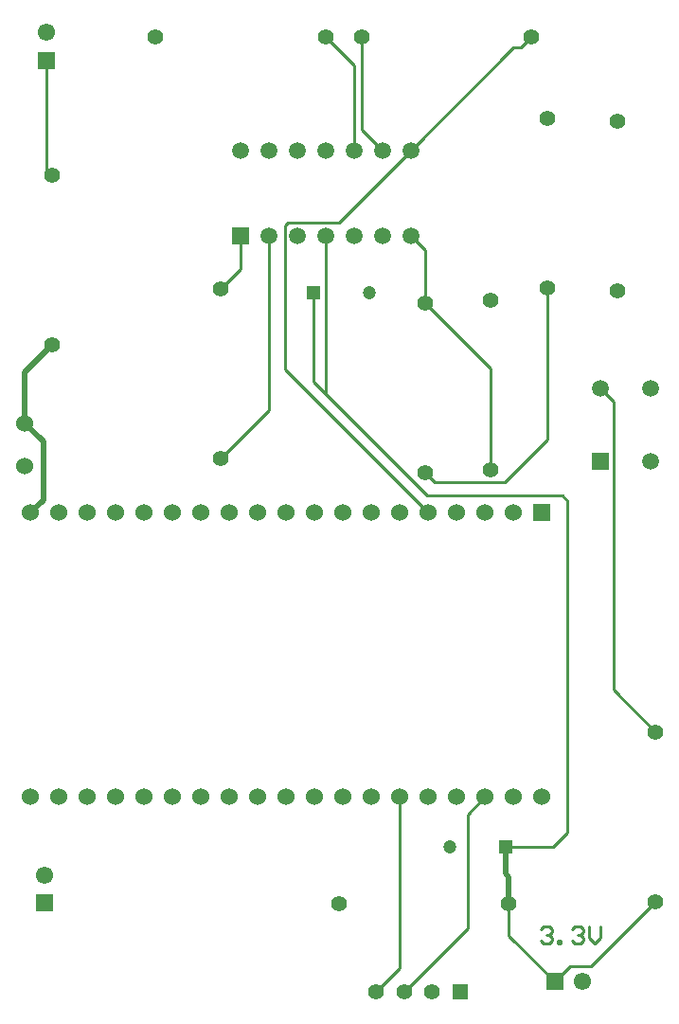
<source format=gbr>
G04*
G04 #@! TF.GenerationSoftware,Altium Limited,Altium Designer,24.1.2 (44)*
G04*
G04 Layer_Physical_Order=1*
G04 Layer_Color=255*
%FSLAX44Y44*%
%MOMM*%
G71*
G04*
G04 #@! TF.SameCoordinates,DC8CE985-C91A-4BCA-97F7-030060148ACE*
G04*
G04*
G04 #@! TF.FilePolarity,Positive*
G04*
G01*
G75*
%ADD14C,0.2540*%
%ADD15R,1.4000X1.4000*%
%ADD16C,1.4000*%
%ADD20C,1.5500*%
%ADD21R,1.5500X1.5500*%
%ADD22R,1.5500X1.5500*%
%ADD26C,1.2000*%
%ADD27R,1.2000X1.2000*%
%ADD28C,0.5080*%
%ADD29R,1.5300X1.5300*%
%ADD30C,1.5300*%
%ADD31C,1.4080*%
%ADD32R,1.5000X1.5000*%
%ADD33C,1.5000*%
%ADD34C,1.5240*%
D14*
X613410Y830894D02*
X703864Y740440D01*
X602380Y841924D02*
X613410Y830894D01*
X602380Y841924D02*
Y922020D01*
X829310Y439420D02*
Y735976D01*
X816610Y426720D02*
X829310Y439420D01*
X774300Y426720D02*
X816610D01*
X613410Y830894D02*
Y972820D01*
X703864Y740440D02*
X824846D01*
X829310Y735976D01*
X777040Y347281D02*
Y375920D01*
Y347281D02*
X818080Y306240D01*
X831880Y320040D01*
X850700D01*
X908050Y377390D01*
X363220Y1032310D02*
X368300Y1027230D01*
X363220Y1032310D02*
Y1129430D01*
X519430Y773630D02*
X562610Y816810D01*
Y972820D01*
X519430Y925630D02*
X537210Y943410D01*
Y972820D01*
X811530Y790448D02*
Y926030D01*
X773684Y752602D02*
X811530Y790448D01*
X710638Y752602D02*
X773684D01*
X702310Y760930D02*
X710638Y752602D01*
X645360Y1067870D02*
X664210Y1049020D01*
X645360Y1067870D02*
Y1150620D01*
X702310Y912930D02*
X760730Y854510D01*
Y763470D02*
Y854510D01*
X702310Y912930D02*
Y960120D01*
X689610Y972820D02*
X702310Y960120D01*
X638810Y1049020D02*
Y1125020D01*
X613210Y1150620D02*
X638810Y1125020D01*
X576580Y853440D02*
X704850Y725170D01*
X576580Y853440D02*
Y981710D01*
X579120Y984250D01*
X624840D01*
X689610Y1049020D01*
X781304Y1140714D01*
X787454D01*
X797360Y1150620D01*
X870712Y566728D02*
X908050Y529390D01*
X870712Y566728D02*
Y824578D01*
X858880Y836410D02*
X870712Y824578D01*
X683460Y297010D02*
X740156Y353706D01*
Y455676D01*
X755650Y471170D01*
X658460Y297010D02*
X679450Y318000D01*
Y471170D01*
X805180Y353056D02*
X807719Y355595D01*
X812797D01*
X815337Y353056D01*
Y350517D01*
X812797Y347977D01*
X810258D01*
X812797D01*
X815337Y345438D01*
Y342899D01*
X812797Y340360D01*
X807719D01*
X805180Y342899D01*
X820415Y340360D02*
Y342899D01*
X822954D01*
Y340360D01*
X820415D01*
X833111Y353056D02*
X835650Y355595D01*
X840729D01*
X843268Y353056D01*
Y350517D01*
X840729Y347977D01*
X838189D01*
X840729D01*
X843268Y345438D01*
Y342899D01*
X840729Y340360D01*
X835650D01*
X833111Y342899D01*
X848346Y355595D02*
Y345438D01*
X853424Y340360D01*
X858503Y345438D01*
Y355595D01*
D15*
X733460Y297010D02*
D03*
D16*
X708460D02*
D03*
X683460D02*
D03*
X658460D02*
D03*
D20*
X843080Y306240D02*
D03*
X363220Y1154430D02*
D03*
X361950Y401320D02*
D03*
D21*
X818080Y306240D02*
D03*
D22*
X363220Y1129430D02*
D03*
X361950Y376320D02*
D03*
D26*
X652380Y922020D02*
D03*
X724300Y426720D02*
D03*
D27*
X602380Y922020D02*
D03*
X774300Y426720D02*
D03*
D28*
X349250Y725170D02*
X360680Y736600D01*
Y788670D01*
X344170Y805180D02*
X360680Y788670D01*
X344170Y805180D02*
Y851100D01*
X368300Y875230D01*
X774300Y402536D02*
Y426720D01*
Y402536D02*
X777040Y399796D01*
Y375920D02*
Y399796D01*
D29*
X806450Y725170D02*
D03*
D30*
X781050D02*
D03*
X755650D02*
D03*
X730250D02*
D03*
X704850D02*
D03*
X679450D02*
D03*
X654050D02*
D03*
X628650D02*
D03*
X603250D02*
D03*
X577850D02*
D03*
X552450D02*
D03*
X527050D02*
D03*
X501650D02*
D03*
X476250D02*
D03*
X450850D02*
D03*
X425450D02*
D03*
X400050D02*
D03*
X374650D02*
D03*
X349250D02*
D03*
Y471170D02*
D03*
X374650D02*
D03*
X400050D02*
D03*
X425450D02*
D03*
X450850D02*
D03*
X476250D02*
D03*
X501650D02*
D03*
X527050D02*
D03*
X552450D02*
D03*
X577850D02*
D03*
X603250D02*
D03*
X628650D02*
D03*
X654050D02*
D03*
X679450D02*
D03*
X704850D02*
D03*
X730250D02*
D03*
X755650D02*
D03*
X781050D02*
D03*
X806450D02*
D03*
D31*
X908050Y529390D02*
D03*
Y377390D02*
D03*
X625040Y375920D02*
D03*
X777040D02*
D03*
X368300Y875230D02*
D03*
Y1027230D02*
D03*
X811530Y926030D02*
D03*
Y1078030D02*
D03*
X873760Y923490D02*
D03*
Y1075490D02*
D03*
X519430Y773630D02*
D03*
Y925630D02*
D03*
X702310Y760930D02*
D03*
Y912930D02*
D03*
X645360Y1150620D02*
D03*
X797360D02*
D03*
X760730Y915470D02*
D03*
Y763470D02*
D03*
X613210Y1150620D02*
D03*
X461210D02*
D03*
D32*
X858880Y771410D02*
D03*
X537210Y972820D02*
D03*
D33*
X903880Y771410D02*
D03*
Y836410D02*
D03*
X858880D02*
D03*
X689610Y1049020D02*
D03*
X664210D02*
D03*
X638810D02*
D03*
X613410D02*
D03*
X588010D02*
D03*
X562610D02*
D03*
X537210D02*
D03*
X689610Y972820D02*
D03*
X664210D02*
D03*
X638810D02*
D03*
X613410D02*
D03*
X588010D02*
D03*
X562610D02*
D03*
D34*
X344170Y767080D02*
D03*
Y805180D02*
D03*
M02*

</source>
